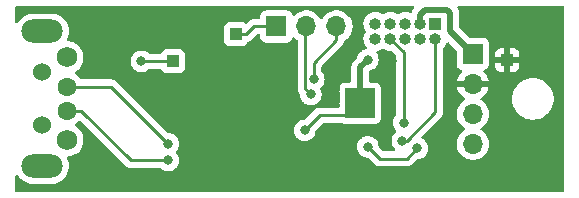
<source format=gbr>
G04 #@! TF.GenerationSoftware,KiCad,Pcbnew,6.0.2+dfsg-1*
G04 #@! TF.CreationDate,2022-03-12T18:16:22-05:00*
G04 #@! TF.ProjectId,PortaNet,506f7274-614e-4657-942e-6b696361645f,rev?*
G04 #@! TF.SameCoordinates,Original*
G04 #@! TF.FileFunction,Copper,L2,Bot*
G04 #@! TF.FilePolarity,Positive*
%FSLAX46Y46*%
G04 Gerber Fmt 4.6, Leading zero omitted, Abs format (unit mm)*
G04 Created by KiCad (PCBNEW 6.0.2+dfsg-1) date 2022-03-12 18:16:22*
%MOMM*%
%LPD*%
G01*
G04 APERTURE LIST*
G04 #@! TA.AperFunction,WasherPad*
%ADD10C,1.524000*%
G04 #@! TD*
G04 #@! TA.AperFunction,ComponentPad*
%ADD11C,1.750000*%
G04 #@! TD*
G04 #@! TA.AperFunction,ComponentPad*
%ADD12C,1.600000*%
G04 #@! TD*
G04 #@! TA.AperFunction,ComponentPad*
%ADD13O,3.500000X2.000000*%
G04 #@! TD*
G04 #@! TA.AperFunction,ComponentPad*
%ADD14C,0.500000*%
G04 #@! TD*
G04 #@! TA.AperFunction,SMDPad,CuDef*
%ADD15R,2.500000X2.500000*%
G04 #@! TD*
G04 #@! TA.AperFunction,ComponentPad*
%ADD16R,1.000000X1.000000*%
G04 #@! TD*
G04 #@! TA.AperFunction,ComponentPad*
%ADD17O,1.000000X1.000000*%
G04 #@! TD*
G04 #@! TA.AperFunction,ComponentPad*
%ADD18R,1.700000X1.700000*%
G04 #@! TD*
G04 #@! TA.AperFunction,ComponentPad*
%ADD19O,1.700000X1.700000*%
G04 #@! TD*
G04 #@! TA.AperFunction,SMDPad,CuDef*
%ADD20R,1.000000X1.000000*%
G04 #@! TD*
G04 #@! TA.AperFunction,ViaPad*
%ADD21C,0.800000*%
G04 #@! TD*
G04 #@! TA.AperFunction,Conductor*
%ADD22C,0.500000*%
G04 #@! TD*
G04 #@! TA.AperFunction,Conductor*
%ADD23C,0.250000*%
G04 #@! TD*
G04 APERTURE END LIST*
D10*
X124460000Y-68870000D03*
X124460000Y-73370000D03*
D11*
X126560000Y-74620000D03*
D12*
X126560000Y-72120000D03*
X126560000Y-70120000D03*
D11*
X126560000Y-67620000D03*
D13*
X124460000Y-76820000D03*
X124460000Y-65420000D03*
D14*
X152384000Y-71501000D03*
X150384000Y-72501000D03*
X151384000Y-70501000D03*
X152384000Y-70501000D03*
X151384000Y-71501000D03*
X152384000Y-72501000D03*
D15*
X151384000Y-71501000D03*
D14*
X151384000Y-72501000D03*
X150384000Y-70501000D03*
X150384000Y-71501000D03*
D16*
X157744000Y-64780000D03*
D17*
X157744000Y-66050000D03*
X156474000Y-64780000D03*
X156474000Y-66050000D03*
X155204000Y-64780000D03*
X155204000Y-66050000D03*
X153934000Y-64780000D03*
X153934000Y-66050000D03*
X152664000Y-64780000D03*
X152664000Y-66050000D03*
D18*
X144287000Y-64999000D03*
D19*
X146827000Y-64999000D03*
X149367000Y-64999000D03*
D18*
X160909000Y-67310000D03*
D19*
X160909000Y-69850000D03*
X160909000Y-72390000D03*
X160909000Y-74930000D03*
D20*
X135509000Y-67945000D03*
X163830000Y-67818000D03*
X140843000Y-65659000D03*
D21*
X154051000Y-67945000D03*
X136779000Y-72644000D03*
X148336000Y-75184000D03*
X145542000Y-68580000D03*
X163957000Y-65786000D03*
X159512000Y-73787000D03*
X150622000Y-75184000D03*
X152019000Y-67818000D03*
X146685000Y-73787000D03*
X132842000Y-67945000D03*
X147193000Y-70739000D03*
X147447000Y-69469000D03*
X135128000Y-76327000D03*
X135128000Y-74930000D03*
X152019000Y-75184000D03*
X156210000Y-75311000D03*
X154940000Y-74676000D03*
X155067000Y-73152000D03*
D22*
X156845000Y-63627000D02*
X156464000Y-64008000D01*
D23*
X141732000Y-65659000D02*
X142392000Y-64999000D01*
D22*
X158750000Y-63627000D02*
X156845000Y-63627000D01*
X159004000Y-65405000D02*
X159004000Y-63881000D01*
X151384000Y-68453000D02*
X151384000Y-70501000D01*
D23*
X142392000Y-64999000D02*
X144287000Y-64999000D01*
X147971000Y-72501000D02*
X146685000Y-73787000D01*
D22*
X159004000Y-63881000D02*
X158750000Y-63627000D01*
X156464000Y-64008000D02*
X156474000Y-64018000D01*
X156474000Y-64018000D02*
X156474000Y-64780000D01*
D23*
X150384000Y-72501000D02*
X147971000Y-72501000D01*
D22*
X160909000Y-67310000D02*
X159004000Y-65405000D01*
X152019000Y-67818000D02*
X151384000Y-68453000D01*
D23*
X140843000Y-65659000D02*
X141732000Y-65659000D01*
X135509000Y-67945000D02*
X132842000Y-67945000D01*
X146722489Y-65103511D02*
X146827000Y-64999000D01*
X147193000Y-70739000D02*
X146722489Y-70268489D01*
X146722489Y-70268489D02*
X146722489Y-65103511D01*
X147447000Y-68072000D02*
X149367000Y-66152000D01*
X147447000Y-69469000D02*
X147447000Y-68072000D01*
X149367000Y-66152000D02*
X149367000Y-64999000D01*
X126560000Y-72120000D02*
X127746000Y-72120000D01*
X127746000Y-72120000D02*
X131953000Y-76327000D01*
X131953000Y-76327000D02*
X135128000Y-76327000D01*
X130318000Y-70120000D02*
X126560000Y-70120000D01*
X135128000Y-74930000D02*
X130318000Y-70120000D01*
X153035000Y-76200000D02*
X152019000Y-75184000D01*
X156210000Y-75311000D02*
X155321000Y-76200000D01*
X155321000Y-76200000D02*
X153035000Y-76200000D01*
X157744000Y-72253000D02*
X157744000Y-66050000D01*
X155321000Y-74676000D02*
X157744000Y-72253000D01*
X154940000Y-74676000D02*
X155321000Y-74676000D01*
X155067000Y-67183000D02*
X153934000Y-66050000D01*
X155067000Y-73152000D02*
X155067000Y-67183000D01*
G04 #@! TA.AperFunction,Conductor*
G36*
X155916043Y-63266002D02*
G01*
X155962536Y-63319658D01*
X155972640Y-63389932D01*
X155943146Y-63454512D01*
X155931332Y-63466439D01*
X155895596Y-63498000D01*
X155891368Y-63503983D01*
X155858368Y-63550677D01*
X155854287Y-63556132D01*
X155814266Y-63606716D01*
X155811167Y-63613347D01*
X155810246Y-63615318D01*
X155798999Y-63634682D01*
X155793516Y-63642440D01*
X155769387Y-63702311D01*
X155766696Y-63708499D01*
X155739378Y-63766950D01*
X155739378Y-63766951D01*
X155738607Y-63766591D01*
X155701549Y-63819981D01*
X155635960Y-63847158D01*
X155585217Y-63842247D01*
X155407768Y-63787318D01*
X155401643Y-63786674D01*
X155401642Y-63786674D01*
X155217204Y-63767289D01*
X155217202Y-63767289D01*
X155211075Y-63766645D01*
X155128576Y-63774153D01*
X155020251Y-63784011D01*
X155020248Y-63784012D01*
X155014112Y-63784570D01*
X155008206Y-63786308D01*
X155008202Y-63786309D01*
X154940251Y-63806308D01*
X154824381Y-63840410D01*
X154818923Y-63843263D01*
X154818919Y-63843265D01*
X154723135Y-63893340D01*
X154649110Y-63932040D01*
X154644310Y-63935900D01*
X154639153Y-63939274D01*
X154637769Y-63937158D01*
X154582365Y-63960027D01*
X154512512Y-63947334D01*
X154502898Y-63941709D01*
X154500675Y-63939870D01*
X154326701Y-63845802D01*
X154137768Y-63787318D01*
X154131643Y-63786674D01*
X154131642Y-63786674D01*
X153947204Y-63767289D01*
X153947202Y-63767289D01*
X153941075Y-63766645D01*
X153858576Y-63774153D01*
X153750251Y-63784011D01*
X153750248Y-63784012D01*
X153744112Y-63784570D01*
X153738206Y-63786308D01*
X153738202Y-63786309D01*
X153670251Y-63806308D01*
X153554381Y-63840410D01*
X153548923Y-63843263D01*
X153548919Y-63843265D01*
X153453135Y-63893340D01*
X153379110Y-63932040D01*
X153374310Y-63935900D01*
X153369153Y-63939274D01*
X153367769Y-63937158D01*
X153312365Y-63960027D01*
X153242512Y-63947334D01*
X153232898Y-63941709D01*
X153230675Y-63939870D01*
X153056701Y-63845802D01*
X152867768Y-63787318D01*
X152861643Y-63786674D01*
X152861642Y-63786674D01*
X152677204Y-63767289D01*
X152677202Y-63767289D01*
X152671075Y-63766645D01*
X152588576Y-63774153D01*
X152480251Y-63784011D01*
X152480248Y-63784012D01*
X152474112Y-63784570D01*
X152468206Y-63786308D01*
X152468202Y-63786309D01*
X152400251Y-63806308D01*
X152284381Y-63840410D01*
X152278923Y-63843263D01*
X152278919Y-63843265D01*
X152188147Y-63890720D01*
X152109110Y-63932040D01*
X151954975Y-64055968D01*
X151827846Y-64207474D01*
X151824879Y-64212872D01*
X151824875Y-64212877D01*
X151746831Y-64354840D01*
X151732567Y-64380787D01*
X151730706Y-64386654D01*
X151730705Y-64386656D01*
X151675510Y-64560654D01*
X151672765Y-64569306D01*
X151650719Y-64765851D01*
X151667268Y-64962934D01*
X151668967Y-64968858D01*
X151715481Y-65131071D01*
X151721783Y-65153050D01*
X151812187Y-65328956D01*
X151816016Y-65333787D01*
X151817839Y-65336088D01*
X151818414Y-65337509D01*
X151819353Y-65338966D01*
X151819076Y-65339144D01*
X151844474Y-65401898D01*
X151831301Y-65471662D01*
X151827846Y-65477474D01*
X151732567Y-65650787D01*
X151730706Y-65656654D01*
X151730705Y-65656656D01*
X151698398Y-65758500D01*
X151672765Y-65839306D01*
X151650719Y-66035851D01*
X151651235Y-66041995D01*
X151665643Y-66213576D01*
X151667268Y-66232934D01*
X151680939Y-66280611D01*
X151719556Y-66415283D01*
X151721783Y-66423050D01*
X151812187Y-66598956D01*
X151835828Y-66628784D01*
X151912656Y-66725718D01*
X151939293Y-66791528D01*
X151926122Y-66861292D01*
X151877324Y-66912861D01*
X151840109Y-66927228D01*
X151736712Y-66949206D01*
X151730682Y-66951891D01*
X151730681Y-66951891D01*
X151568278Y-67024197D01*
X151568276Y-67024198D01*
X151562248Y-67026882D01*
X151556907Y-67030762D01*
X151556906Y-67030763D01*
X151543547Y-67040469D01*
X151407747Y-67139134D01*
X151403326Y-67144044D01*
X151403325Y-67144045D01*
X151284999Y-67275460D01*
X151279960Y-67281056D01*
X151184473Y-67446444D01*
X151139102Y-67586082D01*
X151129613Y-67615285D01*
X151098875Y-67665444D01*
X150895089Y-67869230D01*
X150880677Y-67881616D01*
X150869082Y-67890149D01*
X150869077Y-67890154D01*
X150863182Y-67894492D01*
X150858443Y-67900070D01*
X150858440Y-67900073D01*
X150828965Y-67934768D01*
X150822035Y-67942284D01*
X150816340Y-67947979D01*
X150814060Y-67950861D01*
X150798719Y-67970251D01*
X150795928Y-67973655D01*
X150753409Y-68023703D01*
X150748667Y-68029285D01*
X150745339Y-68035801D01*
X150741972Y-68040850D01*
X150738805Y-68045979D01*
X150734266Y-68051716D01*
X150703345Y-68117875D01*
X150701442Y-68121769D01*
X150668231Y-68186808D01*
X150666492Y-68193916D01*
X150664393Y-68199559D01*
X150662476Y-68205322D01*
X150659378Y-68211950D01*
X150657888Y-68219112D01*
X150657888Y-68219113D01*
X150644514Y-68283412D01*
X150643544Y-68287696D01*
X150626192Y-68358610D01*
X150625500Y-68369764D01*
X150625464Y-68369762D01*
X150625225Y-68373755D01*
X150624851Y-68377947D01*
X150623360Y-68385115D01*
X150623558Y-68392432D01*
X150625454Y-68462521D01*
X150625500Y-68465928D01*
X150625500Y-69616500D01*
X150605498Y-69684621D01*
X150551842Y-69731114D01*
X150499500Y-69742500D01*
X150436905Y-69742500D01*
X150421987Y-69741614D01*
X150396323Y-69738554D01*
X150389329Y-69737720D01*
X150382326Y-69738456D01*
X150382325Y-69738456D01*
X150350414Y-69741810D01*
X150337244Y-69742500D01*
X150085866Y-69742500D01*
X150023684Y-69749255D01*
X149887295Y-69800385D01*
X149770739Y-69887739D01*
X149683385Y-70004295D01*
X149632255Y-70140684D01*
X149625500Y-70202866D01*
X149625500Y-70445017D01*
X149624506Y-70460809D01*
X149620775Y-70490343D01*
X149622402Y-70506932D01*
X149624899Y-70532402D01*
X149625500Y-70544698D01*
X149625500Y-71445017D01*
X149624506Y-71460809D01*
X149620775Y-71490343D01*
X149623807Y-71521267D01*
X149624899Y-71532402D01*
X149625500Y-71544698D01*
X149625500Y-71741500D01*
X149605498Y-71809621D01*
X149551842Y-71856114D01*
X149499500Y-71867500D01*
X148049768Y-71867500D01*
X148038585Y-71866973D01*
X148031092Y-71865298D01*
X148023166Y-71865547D01*
X148023165Y-71865547D01*
X147963002Y-71867438D01*
X147959044Y-71867500D01*
X147931144Y-71867500D01*
X147927154Y-71868004D01*
X147915320Y-71868936D01*
X147871111Y-71870326D01*
X147863495Y-71872539D01*
X147863493Y-71872539D01*
X147851652Y-71875979D01*
X147832293Y-71879988D01*
X147830983Y-71880154D01*
X147812203Y-71882526D01*
X147804837Y-71885442D01*
X147804831Y-71885444D01*
X147771098Y-71898800D01*
X147759868Y-71902645D01*
X147725017Y-71912770D01*
X147717407Y-71914981D01*
X147710584Y-71919016D01*
X147699966Y-71925295D01*
X147682213Y-71933992D01*
X147674568Y-71937019D01*
X147663383Y-71941448D01*
X147656968Y-71946109D01*
X147627612Y-71967437D01*
X147617695Y-71973951D01*
X147579638Y-71996458D01*
X147565317Y-72010779D01*
X147550284Y-72023619D01*
X147533893Y-72035528D01*
X147528843Y-72041632D01*
X147528838Y-72041637D01*
X147505707Y-72069598D01*
X147497717Y-72078379D01*
X146734499Y-72841596D01*
X146672187Y-72875621D01*
X146645404Y-72878500D01*
X146589513Y-72878500D01*
X146583061Y-72879872D01*
X146583056Y-72879872D01*
X146505051Y-72896453D01*
X146402712Y-72918206D01*
X146396682Y-72920891D01*
X146396681Y-72920891D01*
X146234278Y-72993197D01*
X146234276Y-72993198D01*
X146228248Y-72995882D01*
X146222907Y-72999762D01*
X146222906Y-72999763D01*
X146215848Y-73004891D01*
X146073747Y-73108134D01*
X146069326Y-73113044D01*
X146069325Y-73113045D01*
X146016778Y-73171405D01*
X145945960Y-73250056D01*
X145850473Y-73415444D01*
X145791458Y-73597072D01*
X145790768Y-73603633D01*
X145790768Y-73603635D01*
X145772186Y-73780435D01*
X145771496Y-73787000D01*
X145772186Y-73793565D01*
X145790596Y-73968722D01*
X145791458Y-73976928D01*
X145850473Y-74158556D01*
X145945960Y-74323944D01*
X145950378Y-74328851D01*
X145950379Y-74328852D01*
X146067839Y-74459305D01*
X146073747Y-74465866D01*
X146127795Y-74505134D01*
X146209820Y-74564729D01*
X146228248Y-74578118D01*
X146234276Y-74580802D01*
X146234278Y-74580803D01*
X146372062Y-74642148D01*
X146402712Y-74655794D01*
X146491046Y-74674570D01*
X146583056Y-74694128D01*
X146583061Y-74694128D01*
X146589513Y-74695500D01*
X146780487Y-74695500D01*
X146786939Y-74694128D01*
X146786944Y-74694128D01*
X146878954Y-74674570D01*
X146967288Y-74655794D01*
X146997938Y-74642148D01*
X147135722Y-74580803D01*
X147135724Y-74580802D01*
X147141752Y-74578118D01*
X147160181Y-74564729D01*
X147242205Y-74505134D01*
X147296253Y-74465866D01*
X147302161Y-74459305D01*
X147419621Y-74328852D01*
X147419622Y-74328851D01*
X147424040Y-74323944D01*
X147519527Y-74158556D01*
X147578542Y-73976928D01*
X147579405Y-73968722D01*
X147588216Y-73884882D01*
X147595907Y-73811706D01*
X147622920Y-73746050D01*
X147632122Y-73735782D01*
X148196499Y-73171405D01*
X148258811Y-73137379D01*
X148285594Y-73134500D01*
X149755768Y-73134500D01*
X149823889Y-73154502D01*
X149831333Y-73159674D01*
X149880108Y-73196229D01*
X149880110Y-73196230D01*
X149887295Y-73201615D01*
X150023684Y-73252745D01*
X150085866Y-73259500D01*
X150324933Y-73259500D01*
X150341595Y-73260607D01*
X150348765Y-73261563D01*
X150361035Y-73263201D01*
X150361038Y-73263201D01*
X150368015Y-73264132D01*
X150375026Y-73263494D01*
X150375030Y-73263494D01*
X150413208Y-73260019D01*
X150424628Y-73259500D01*
X151324933Y-73259500D01*
X151341595Y-73260607D01*
X151348765Y-73261563D01*
X151361035Y-73263201D01*
X151361038Y-73263201D01*
X151368015Y-73264132D01*
X151375026Y-73263494D01*
X151375030Y-73263494D01*
X151413208Y-73260019D01*
X151424628Y-73259500D01*
X152324933Y-73259500D01*
X152341595Y-73260607D01*
X152348765Y-73261563D01*
X152361035Y-73263201D01*
X152361038Y-73263201D01*
X152368015Y-73264132D01*
X152375026Y-73263494D01*
X152375030Y-73263494D01*
X152413208Y-73260019D01*
X152424628Y-73259500D01*
X152682134Y-73259500D01*
X152744316Y-73252745D01*
X152880705Y-73201615D01*
X152997261Y-73114261D01*
X153084615Y-72997705D01*
X153135745Y-72861316D01*
X153142500Y-72799134D01*
X153142500Y-72563151D01*
X153143726Y-72545615D01*
X153146452Y-72526221D01*
X153146452Y-72526218D01*
X153147001Y-72522313D01*
X153147299Y-72501000D01*
X153143285Y-72465213D01*
X153142500Y-72451169D01*
X153142500Y-71563151D01*
X153143726Y-71545615D01*
X153146452Y-71526221D01*
X153146452Y-71526218D01*
X153147001Y-71522313D01*
X153147299Y-71501000D01*
X153143285Y-71465213D01*
X153142500Y-71451169D01*
X153142500Y-70563151D01*
X153143726Y-70545615D01*
X153146452Y-70526221D01*
X153146452Y-70526218D01*
X153147001Y-70522313D01*
X153147299Y-70501000D01*
X153143285Y-70465213D01*
X153142500Y-70451169D01*
X153142500Y-70202866D01*
X153135745Y-70140684D01*
X153084615Y-70004295D01*
X152997261Y-69887739D01*
X152880705Y-69800385D01*
X152744316Y-69749255D01*
X152682134Y-69742500D01*
X152436905Y-69742500D01*
X152421987Y-69741614D01*
X152396323Y-69738554D01*
X152389329Y-69737720D01*
X152382326Y-69738456D01*
X152382325Y-69738456D01*
X152350414Y-69741810D01*
X152337244Y-69742500D01*
X152268500Y-69742500D01*
X152200379Y-69722498D01*
X152153886Y-69668842D01*
X152142500Y-69616500D01*
X152142500Y-68822579D01*
X152162502Y-68754458D01*
X152216158Y-68707965D01*
X152242302Y-68699333D01*
X152294824Y-68688169D01*
X152294833Y-68688166D01*
X152301288Y-68686794D01*
X152309062Y-68683333D01*
X152469722Y-68611803D01*
X152469724Y-68611802D01*
X152475752Y-68609118D01*
X152511771Y-68582949D01*
X152549804Y-68555316D01*
X152630253Y-68496866D01*
X152685412Y-68435606D01*
X152753621Y-68359852D01*
X152753622Y-68359851D01*
X152758040Y-68354944D01*
X152844774Y-68204717D01*
X152850223Y-68195279D01*
X152850224Y-68195278D01*
X152853527Y-68189556D01*
X152912542Y-68007928D01*
X152919442Y-67942284D01*
X152931814Y-67824565D01*
X152932504Y-67818000D01*
X152912542Y-67628072D01*
X152853527Y-67446444D01*
X152758040Y-67281056D01*
X152738427Y-67259273D01*
X152707711Y-67195266D01*
X152716476Y-67124812D01*
X152761940Y-67070282D01*
X152822399Y-67049336D01*
X152826228Y-67049042D01*
X152833829Y-67048457D01*
X152833832Y-67048456D01*
X152839972Y-67047984D01*
X153030463Y-66994798D01*
X153035967Y-66992018D01*
X153035969Y-66992017D01*
X153201493Y-66908405D01*
X153201495Y-66908404D01*
X153206996Y-66905625D01*
X153211850Y-66901833D01*
X153211859Y-66901827D01*
X153220548Y-66895038D01*
X153286542Y-66868860D01*
X153359592Y-66884339D01*
X153528294Y-66978624D01*
X153716392Y-67039740D01*
X153912777Y-67063158D01*
X153918912Y-67062686D01*
X153918914Y-67062686D01*
X153957428Y-67059722D01*
X153983578Y-67057710D01*
X154053032Y-67072427D01*
X154082339Y-67094244D01*
X154396595Y-67408500D01*
X154430621Y-67470812D01*
X154433500Y-67497595D01*
X154433500Y-72449476D01*
X154413498Y-72517597D01*
X154401142Y-72533779D01*
X154327960Y-72615056D01*
X154232473Y-72780444D01*
X154173458Y-72962072D01*
X154172768Y-72968633D01*
X154172768Y-72968635D01*
X154160282Y-73087438D01*
X154153496Y-73152000D01*
X154154186Y-73158565D01*
X154165184Y-73263201D01*
X154173458Y-73341928D01*
X154232473Y-73523556D01*
X154327960Y-73688944D01*
X154332378Y-73693851D01*
X154332379Y-73693852D01*
X154402389Y-73771606D01*
X154433107Y-73835613D01*
X154424342Y-73906067D01*
X154382814Y-73957852D01*
X154328747Y-73997134D01*
X154324326Y-74002044D01*
X154324325Y-74002045D01*
X154237678Y-74098277D01*
X154200960Y-74139056D01*
X154184320Y-74167878D01*
X154113472Y-74290590D01*
X154105473Y-74304444D01*
X154046458Y-74486072D01*
X154045768Y-74492633D01*
X154045768Y-74492635D01*
X154027186Y-74669435D01*
X154026496Y-74676000D01*
X154027186Y-74682565D01*
X154028546Y-74695500D01*
X154046458Y-74865928D01*
X154105473Y-75047556D01*
X154200960Y-75212944D01*
X154205378Y-75217851D01*
X154205379Y-75217852D01*
X154328747Y-75354866D01*
X154326868Y-75356558D01*
X154358136Y-75407328D01*
X154356774Y-75478312D01*
X154317251Y-75537290D01*
X154252116Y-75565539D01*
X154236581Y-75566500D01*
X153349594Y-75566500D01*
X153281473Y-75546498D01*
X153260499Y-75529595D01*
X152966122Y-75235218D01*
X152932096Y-75172906D01*
X152929907Y-75159293D01*
X152913232Y-75000635D01*
X152913232Y-75000633D01*
X152912542Y-74994072D01*
X152853527Y-74812444D01*
X152758040Y-74647056D01*
X152678254Y-74558444D01*
X152634675Y-74510045D01*
X152634674Y-74510044D01*
X152630253Y-74505134D01*
X152483862Y-74398774D01*
X152481094Y-74396763D01*
X152481093Y-74396762D01*
X152475752Y-74392882D01*
X152469724Y-74390198D01*
X152469722Y-74390197D01*
X152307319Y-74317891D01*
X152307318Y-74317891D01*
X152301288Y-74315206D01*
X152207887Y-74295353D01*
X152120944Y-74276872D01*
X152120939Y-74276872D01*
X152114487Y-74275500D01*
X151923513Y-74275500D01*
X151917061Y-74276872D01*
X151917056Y-74276872D01*
X151830113Y-74295353D01*
X151736712Y-74315206D01*
X151730682Y-74317891D01*
X151730681Y-74317891D01*
X151568278Y-74390197D01*
X151568276Y-74390198D01*
X151562248Y-74392882D01*
X151556907Y-74396762D01*
X151556906Y-74396763D01*
X151554138Y-74398774D01*
X151407747Y-74505134D01*
X151403326Y-74510044D01*
X151403325Y-74510045D01*
X151359747Y-74558444D01*
X151279960Y-74647056D01*
X151184473Y-74812444D01*
X151125458Y-74994072D01*
X151124768Y-75000633D01*
X151124768Y-75000635D01*
X151112230Y-75119928D01*
X151105496Y-75184000D01*
X151106186Y-75190565D01*
X151123455Y-75354866D01*
X151125458Y-75373928D01*
X151184473Y-75555556D01*
X151187776Y-75561278D01*
X151187777Y-75561279D01*
X151197633Y-75578350D01*
X151279960Y-75720944D01*
X151284378Y-75725851D01*
X151284379Y-75725852D01*
X151337774Y-75785153D01*
X151407747Y-75862866D01*
X151472975Y-75910257D01*
X151551803Y-75967529D01*
X151562248Y-75975118D01*
X151568276Y-75977802D01*
X151568278Y-75977803D01*
X151728734Y-76049242D01*
X151736712Y-76052794D01*
X151829252Y-76072464D01*
X151917056Y-76091128D01*
X151917061Y-76091128D01*
X151923513Y-76092500D01*
X151979405Y-76092500D01*
X152047526Y-76112502D01*
X152068501Y-76129405D01*
X152531353Y-76592258D01*
X152538887Y-76600537D01*
X152543000Y-76607018D01*
X152568967Y-76631402D01*
X152592651Y-76653643D01*
X152595493Y-76656398D01*
X152615230Y-76676135D01*
X152618427Y-76678615D01*
X152627447Y-76686318D01*
X152659679Y-76716586D01*
X152666625Y-76720405D01*
X152666628Y-76720407D01*
X152677434Y-76726348D01*
X152693953Y-76737199D01*
X152709959Y-76749614D01*
X152717228Y-76752759D01*
X152717232Y-76752762D01*
X152750537Y-76767174D01*
X152761187Y-76772391D01*
X152799940Y-76793695D01*
X152807615Y-76795666D01*
X152807616Y-76795666D01*
X152819562Y-76798733D01*
X152838266Y-76805137D01*
X152847769Y-76809249D01*
X152856855Y-76813181D01*
X152864678Y-76814420D01*
X152864688Y-76814423D01*
X152900524Y-76820099D01*
X152912144Y-76822505D01*
X152943959Y-76830673D01*
X152954970Y-76833500D01*
X152975224Y-76833500D01*
X152994934Y-76835051D01*
X153014943Y-76838220D01*
X153022835Y-76837474D01*
X153041580Y-76835702D01*
X153058962Y-76834059D01*
X153070819Y-76833500D01*
X155242233Y-76833500D01*
X155253416Y-76834027D01*
X155260909Y-76835702D01*
X155268835Y-76835453D01*
X155268836Y-76835453D01*
X155328986Y-76833562D01*
X155332945Y-76833500D01*
X155360856Y-76833500D01*
X155364791Y-76833003D01*
X155364856Y-76832995D01*
X155376693Y-76832062D01*
X155408951Y-76831048D01*
X155412970Y-76830922D01*
X155420889Y-76830673D01*
X155440343Y-76825021D01*
X155459700Y-76821013D01*
X155471930Y-76819468D01*
X155471931Y-76819468D01*
X155479797Y-76818474D01*
X155487168Y-76815555D01*
X155487170Y-76815555D01*
X155520912Y-76802196D01*
X155532142Y-76798351D01*
X155566983Y-76788229D01*
X155566984Y-76788229D01*
X155574593Y-76786018D01*
X155581412Y-76781985D01*
X155581417Y-76781983D01*
X155592028Y-76775707D01*
X155609776Y-76767012D01*
X155628617Y-76759552D01*
X155664387Y-76733564D01*
X155674307Y-76727048D01*
X155705535Y-76708580D01*
X155705538Y-76708578D01*
X155712362Y-76704542D01*
X155726683Y-76690221D01*
X155741717Y-76677380D01*
X155751694Y-76670131D01*
X155758107Y-76665472D01*
X155763158Y-76659367D01*
X155763163Y-76659362D01*
X155786294Y-76631402D01*
X155794281Y-76622624D01*
X156160499Y-76256405D01*
X156222812Y-76222380D01*
X156249595Y-76219500D01*
X156305487Y-76219500D01*
X156311939Y-76218128D01*
X156311944Y-76218128D01*
X156401113Y-76199174D01*
X156492288Y-76179794D01*
X156534094Y-76161181D01*
X156660722Y-76104803D01*
X156660724Y-76104802D01*
X156666752Y-76102118D01*
X156681879Y-76091128D01*
X156747354Y-76043557D01*
X156821253Y-75989866D01*
X156857400Y-75949721D01*
X156944621Y-75852852D01*
X156944622Y-75852851D01*
X156949040Y-75847944D01*
X157027059Y-75712811D01*
X157041223Y-75688279D01*
X157041224Y-75688278D01*
X157044527Y-75682556D01*
X157103542Y-75500928D01*
X157105407Y-75483189D01*
X157122814Y-75317565D01*
X157123504Y-75311000D01*
X157113198Y-75212944D01*
X157104232Y-75127635D01*
X157104232Y-75127633D01*
X157103542Y-75121072D01*
X157044527Y-74939444D01*
X157039075Y-74930000D01*
X157019846Y-74896695D01*
X159546251Y-74896695D01*
X159546548Y-74901848D01*
X159546548Y-74901851D01*
X159554510Y-75039935D01*
X159559110Y-75119715D01*
X159560247Y-75124761D01*
X159560248Y-75124767D01*
X159578832Y-75207226D01*
X159608222Y-75337639D01*
X159646461Y-75431811D01*
X159686167Y-75529595D01*
X159692266Y-75544616D01*
X159731210Y-75608167D01*
X159800320Y-75720944D01*
X159808987Y-75735088D01*
X159955250Y-75903938D01*
X160127126Y-76046632D01*
X160320000Y-76159338D01*
X160324825Y-76161180D01*
X160324826Y-76161181D01*
X160373569Y-76179794D01*
X160528692Y-76239030D01*
X160533760Y-76240061D01*
X160533763Y-76240062D01*
X160614092Y-76256405D01*
X160747597Y-76283567D01*
X160752772Y-76283757D01*
X160752774Y-76283757D01*
X160965673Y-76291564D01*
X160965677Y-76291564D01*
X160970837Y-76291753D01*
X160975957Y-76291097D01*
X160975959Y-76291097D01*
X161187288Y-76264025D01*
X161187289Y-76264025D01*
X161192416Y-76263368D01*
X161215625Y-76256405D01*
X161401429Y-76200661D01*
X161401434Y-76200659D01*
X161406384Y-76199174D01*
X161606994Y-76100896D01*
X161788860Y-75971173D01*
X161947096Y-75813489D01*
X161959826Y-75795774D01*
X162074435Y-75636277D01*
X162077453Y-75632077D01*
X162104007Y-75578350D01*
X162174136Y-75436453D01*
X162174137Y-75436451D01*
X162176430Y-75431811D01*
X162217914Y-75295271D01*
X162239865Y-75223023D01*
X162239865Y-75223021D01*
X162241370Y-75218069D01*
X162270529Y-74996590D01*
X162270744Y-74987794D01*
X162272074Y-74933365D01*
X162272074Y-74933361D01*
X162272156Y-74930000D01*
X162253852Y-74707361D01*
X162199431Y-74490702D01*
X162110354Y-74285840D01*
X162019094Y-74144774D01*
X161991822Y-74102617D01*
X161991820Y-74102614D01*
X161989014Y-74098277D01*
X161838670Y-73933051D01*
X161834619Y-73929852D01*
X161834615Y-73929848D01*
X161667414Y-73797800D01*
X161667410Y-73797798D01*
X161663359Y-73794598D01*
X161622053Y-73771796D01*
X161572084Y-73721364D01*
X161557312Y-73651921D01*
X161582428Y-73585516D01*
X161609780Y-73558909D01*
X161668154Y-73517271D01*
X161788860Y-73431173D01*
X161947096Y-73273489D01*
X161959826Y-73255774D01*
X162074435Y-73096277D01*
X162077453Y-73092077D01*
X162130167Y-72985419D01*
X162174136Y-72896453D01*
X162174137Y-72896451D01*
X162176430Y-72891811D01*
X162231168Y-72711647D01*
X162239865Y-72683023D01*
X162239865Y-72683021D01*
X162241370Y-72678069D01*
X162270529Y-72456590D01*
X162270611Y-72453240D01*
X162272074Y-72393365D01*
X162272074Y-72393361D01*
X162272156Y-72390000D01*
X162253852Y-72167361D01*
X162199431Y-71950702D01*
X162110354Y-71745840D01*
X162040424Y-71637745D01*
X161991822Y-71562617D01*
X161991820Y-71562614D01*
X161989014Y-71558277D01*
X161838670Y-71393051D01*
X161834619Y-71389852D01*
X161834615Y-71389848D01*
X161667414Y-71257800D01*
X161667410Y-71257798D01*
X161663359Y-71254598D01*
X161621569Y-71231529D01*
X161617730Y-71227655D01*
X164228858Y-71227655D01*
X164264104Y-71486638D01*
X164265412Y-71491124D01*
X164265412Y-71491126D01*
X164278611Y-71536411D01*
X164337243Y-71737567D01*
X164446668Y-71974928D01*
X164449231Y-71978837D01*
X164587410Y-72189596D01*
X164587414Y-72189601D01*
X164589976Y-72193509D01*
X164764018Y-72388506D01*
X164964970Y-72555637D01*
X164968973Y-72558066D01*
X165184422Y-72688804D01*
X165184426Y-72688806D01*
X165188419Y-72691229D01*
X165429455Y-72792303D01*
X165682783Y-72856641D01*
X165687434Y-72857109D01*
X165687438Y-72857110D01*
X165871275Y-72875621D01*
X165899867Y-72878500D01*
X166055354Y-72878500D01*
X166057679Y-72878327D01*
X166057685Y-72878327D01*
X166245000Y-72864407D01*
X166245004Y-72864406D01*
X166249652Y-72864061D01*
X166254200Y-72863032D01*
X166254206Y-72863031D01*
X166440601Y-72820853D01*
X166504577Y-72806377D01*
X166527047Y-72797639D01*
X166743824Y-72713340D01*
X166743827Y-72713339D01*
X166748177Y-72711647D01*
X166975098Y-72581951D01*
X167180357Y-72420138D01*
X167359443Y-72229763D01*
X167470554Y-72069598D01*
X167505759Y-72018851D01*
X167505761Y-72018848D01*
X167508424Y-72015009D01*
X167510510Y-72010779D01*
X167621960Y-71784781D01*
X167621961Y-71784778D01*
X167624025Y-71780593D01*
X167635150Y-71745840D01*
X167702280Y-71536123D01*
X167703707Y-71531665D01*
X167745721Y-71273693D01*
X167747842Y-71111654D01*
X167749081Y-71017022D01*
X167749081Y-71017019D01*
X167749142Y-71012345D01*
X167713896Y-70753362D01*
X167711624Y-70745565D01*
X167664101Y-70582523D01*
X167640757Y-70502433D01*
X167635184Y-70490343D01*
X167582464Y-70375986D01*
X167531332Y-70265072D01*
X167454930Y-70148540D01*
X167390590Y-70050404D01*
X167390586Y-70050399D01*
X167388024Y-70046491D01*
X167213982Y-69851494D01*
X167013030Y-69684363D01*
X166901195Y-69616500D01*
X166793578Y-69551196D01*
X166793574Y-69551194D01*
X166789581Y-69548771D01*
X166548545Y-69447697D01*
X166295217Y-69383359D01*
X166290566Y-69382891D01*
X166290562Y-69382890D01*
X166081271Y-69361816D01*
X166078133Y-69361500D01*
X165922646Y-69361500D01*
X165920321Y-69361673D01*
X165920315Y-69361673D01*
X165733000Y-69375593D01*
X165732996Y-69375594D01*
X165728348Y-69375939D01*
X165723800Y-69376968D01*
X165723794Y-69376969D01*
X165594950Y-69406124D01*
X165473423Y-69433623D01*
X165469071Y-69435315D01*
X165469069Y-69435316D01*
X165234176Y-69526660D01*
X165234173Y-69526661D01*
X165229823Y-69528353D01*
X165225769Y-69530670D01*
X165225767Y-69530671D01*
X165189856Y-69551196D01*
X165002902Y-69658049D01*
X164797643Y-69819862D01*
X164618557Y-70010237D01*
X164469576Y-70224991D01*
X164467510Y-70229181D01*
X164467508Y-70229184D01*
X164357164Y-70452941D01*
X164353975Y-70459407D01*
X164352553Y-70463850D01*
X164352552Y-70463852D01*
X164289813Y-70659851D01*
X164274293Y-70708335D01*
X164232279Y-70966307D01*
X164231676Y-71012345D01*
X164229917Y-71146783D01*
X164228858Y-71227655D01*
X161617730Y-71227655D01*
X161571598Y-71181097D01*
X161556826Y-71111654D01*
X161581942Y-71045248D01*
X161609294Y-71018641D01*
X161784328Y-70893792D01*
X161792200Y-70887139D01*
X161943052Y-70736812D01*
X161949730Y-70728965D01*
X162074003Y-70556020D01*
X162079313Y-70547183D01*
X162173670Y-70356267D01*
X162177469Y-70346672D01*
X162239377Y-70142910D01*
X162241555Y-70132837D01*
X162242986Y-70121962D01*
X162240775Y-70107778D01*
X162227617Y-70104000D01*
X159592225Y-70104000D01*
X159578694Y-70107973D01*
X159577257Y-70117966D01*
X159607565Y-70252446D01*
X159610645Y-70262275D01*
X159690770Y-70459603D01*
X159695413Y-70468794D01*
X159806694Y-70650388D01*
X159812777Y-70658699D01*
X159952213Y-70819667D01*
X159959580Y-70826883D01*
X160123434Y-70962916D01*
X160131881Y-70968831D01*
X160200969Y-71009203D01*
X160249693Y-71060842D01*
X160262764Y-71130625D01*
X160236033Y-71196396D01*
X160195584Y-71229752D01*
X160182607Y-71236507D01*
X160178474Y-71239610D01*
X160178471Y-71239612D01*
X160008100Y-71367530D01*
X160003965Y-71370635D01*
X160000393Y-71374373D01*
X159860018Y-71521267D01*
X159849629Y-71532138D01*
X159846715Y-71536410D01*
X159846714Y-71536411D01*
X159798020Y-71607794D01*
X159723743Y-71716680D01*
X159708003Y-71750590D01*
X159645406Y-71885444D01*
X159629688Y-71919305D01*
X159569989Y-72134570D01*
X159546251Y-72356695D01*
X159546548Y-72361848D01*
X159546548Y-72361851D01*
X159552011Y-72456590D01*
X159559110Y-72579715D01*
X159560247Y-72584761D01*
X159560248Y-72584767D01*
X159577328Y-72660553D01*
X159608222Y-72797639D01*
X159665138Y-72937807D01*
X159688720Y-72995882D01*
X159692266Y-73004616D01*
X159694965Y-73009020D01*
X159780461Y-73148537D01*
X159808987Y-73195088D01*
X159955250Y-73363938D01*
X160127126Y-73506632D01*
X160156088Y-73523556D01*
X160200445Y-73549476D01*
X160249169Y-73601114D01*
X160262240Y-73670897D01*
X160235509Y-73736669D01*
X160195055Y-73770027D01*
X160189400Y-73772971D01*
X160182607Y-73776507D01*
X160178474Y-73779610D01*
X160178471Y-73779612D01*
X160010049Y-73906067D01*
X160003965Y-73910635D01*
X159849629Y-74072138D01*
X159723743Y-74256680D01*
X159693542Y-74321743D01*
X159653002Y-74409080D01*
X159629688Y-74459305D01*
X159569989Y-74674570D01*
X159546251Y-74896695D01*
X157019846Y-74896695D01*
X156952341Y-74779774D01*
X156949040Y-74774056D01*
X156884469Y-74702342D01*
X156825675Y-74637045D01*
X156825674Y-74637044D01*
X156821253Y-74632134D01*
X156666752Y-74519882D01*
X156660725Y-74517199D01*
X156660717Y-74517194D01*
X156630991Y-74503959D01*
X156576895Y-74457978D01*
X156556247Y-74390051D01*
X156575600Y-74321743D01*
X156593146Y-74299758D01*
X158136247Y-72756657D01*
X158144537Y-72749113D01*
X158151018Y-72745000D01*
X158162922Y-72732324D01*
X158197658Y-72695333D01*
X158200413Y-72692491D01*
X158220134Y-72672770D01*
X158222612Y-72669575D01*
X158230318Y-72660553D01*
X158255158Y-72634101D01*
X158260586Y-72628321D01*
X158266732Y-72617142D01*
X158270346Y-72610568D01*
X158281199Y-72594045D01*
X158282356Y-72592553D01*
X158293613Y-72578041D01*
X158311176Y-72537457D01*
X158316383Y-72526827D01*
X158337695Y-72488060D01*
X158339666Y-72480383D01*
X158339668Y-72480378D01*
X158342732Y-72468442D01*
X158349138Y-72449730D01*
X158354034Y-72438417D01*
X158357181Y-72431145D01*
X158358467Y-72423029D01*
X158364097Y-72387481D01*
X158366504Y-72375860D01*
X158375528Y-72340711D01*
X158375528Y-72340710D01*
X158377500Y-72333030D01*
X158377500Y-72312769D01*
X158379051Y-72293058D01*
X158380979Y-72280885D01*
X158382219Y-72273057D01*
X158378059Y-72229046D01*
X158377500Y-72217189D01*
X158377500Y-66896370D01*
X158397502Y-66828249D01*
X158425926Y-66797082D01*
X158442847Y-66783861D01*
X158560410Y-66647663D01*
X158568049Y-66638813D01*
X158568050Y-66638811D01*
X158572078Y-66634145D01*
X158669769Y-66462179D01*
X158681870Y-66425802D01*
X158684934Y-66416592D01*
X158725416Y-66358267D01*
X158791004Y-66331088D01*
X158860874Y-66343683D01*
X158893587Y-66367268D01*
X159513595Y-66987275D01*
X159547620Y-67049588D01*
X159550500Y-67076371D01*
X159550500Y-68208134D01*
X159557255Y-68270316D01*
X159608385Y-68406705D01*
X159695739Y-68523261D01*
X159812295Y-68610615D01*
X159820704Y-68613767D01*
X159820705Y-68613768D01*
X159929960Y-68654726D01*
X159986725Y-68697367D01*
X160011425Y-68763929D01*
X159996218Y-68833278D01*
X159976825Y-68859759D01*
X159853590Y-68988717D01*
X159847104Y-68996727D01*
X159727098Y-69172649D01*
X159722000Y-69181623D01*
X159632338Y-69374783D01*
X159628775Y-69384470D01*
X159573389Y-69584183D01*
X159574912Y-69592607D01*
X159587292Y-69596000D01*
X162227344Y-69596000D01*
X162240875Y-69592027D01*
X162242180Y-69582947D01*
X162200214Y-69415875D01*
X162196894Y-69406124D01*
X162111972Y-69210814D01*
X162107105Y-69201739D01*
X161991426Y-69022926D01*
X161985136Y-69014757D01*
X161841293Y-68856677D01*
X161810241Y-68792831D01*
X161818635Y-68722333D01*
X161863812Y-68667564D01*
X161890256Y-68653895D01*
X161997297Y-68613767D01*
X162005705Y-68610615D01*
X162122261Y-68523261D01*
X162209615Y-68406705D01*
X162226123Y-68362669D01*
X162822001Y-68362669D01*
X162822371Y-68369490D01*
X162827895Y-68420352D01*
X162831521Y-68435604D01*
X162876676Y-68556054D01*
X162885214Y-68571649D01*
X162961715Y-68673724D01*
X162974276Y-68686285D01*
X163076351Y-68762786D01*
X163091946Y-68771324D01*
X163212394Y-68816478D01*
X163227649Y-68820105D01*
X163278514Y-68825631D01*
X163285328Y-68826000D01*
X163557885Y-68826000D01*
X163573124Y-68821525D01*
X163574329Y-68820135D01*
X163576000Y-68812452D01*
X163576000Y-68807884D01*
X164084000Y-68807884D01*
X164088475Y-68823123D01*
X164089865Y-68824328D01*
X164097548Y-68825999D01*
X164374669Y-68825999D01*
X164381490Y-68825629D01*
X164432352Y-68820105D01*
X164447604Y-68816479D01*
X164568054Y-68771324D01*
X164583649Y-68762786D01*
X164685724Y-68686285D01*
X164698285Y-68673724D01*
X164774786Y-68571649D01*
X164783324Y-68556054D01*
X164828478Y-68435606D01*
X164832105Y-68420351D01*
X164837631Y-68369486D01*
X164838000Y-68362672D01*
X164838000Y-68090115D01*
X164833525Y-68074876D01*
X164832135Y-68073671D01*
X164824452Y-68072000D01*
X164102115Y-68072000D01*
X164086876Y-68076475D01*
X164085671Y-68077865D01*
X164084000Y-68085548D01*
X164084000Y-68807884D01*
X163576000Y-68807884D01*
X163576000Y-68090115D01*
X163571525Y-68074876D01*
X163570135Y-68073671D01*
X163562452Y-68072000D01*
X162840116Y-68072000D01*
X162824877Y-68076475D01*
X162823672Y-68077865D01*
X162822001Y-68085548D01*
X162822001Y-68362669D01*
X162226123Y-68362669D01*
X162260745Y-68270316D01*
X162267500Y-68208134D01*
X162267500Y-67545885D01*
X162822000Y-67545885D01*
X162826475Y-67561124D01*
X162827865Y-67562329D01*
X162835548Y-67564000D01*
X163557885Y-67564000D01*
X163573124Y-67559525D01*
X163574329Y-67558135D01*
X163576000Y-67550452D01*
X163576000Y-67545885D01*
X164084000Y-67545885D01*
X164088475Y-67561124D01*
X164089865Y-67562329D01*
X164097548Y-67564000D01*
X164819884Y-67564000D01*
X164835123Y-67559525D01*
X164836328Y-67558135D01*
X164837999Y-67550452D01*
X164837999Y-67273331D01*
X164837629Y-67266510D01*
X164832105Y-67215648D01*
X164828479Y-67200396D01*
X164783324Y-67079946D01*
X164774786Y-67064351D01*
X164698285Y-66962276D01*
X164685724Y-66949715D01*
X164583649Y-66873214D01*
X164568054Y-66864676D01*
X164447606Y-66819522D01*
X164432351Y-66815895D01*
X164381486Y-66810369D01*
X164374672Y-66810000D01*
X164102115Y-66810000D01*
X164086876Y-66814475D01*
X164085671Y-66815865D01*
X164084000Y-66823548D01*
X164084000Y-67545885D01*
X163576000Y-67545885D01*
X163576000Y-66828116D01*
X163571525Y-66812877D01*
X163570135Y-66811672D01*
X163562452Y-66810001D01*
X163285331Y-66810001D01*
X163278510Y-66810371D01*
X163227648Y-66815895D01*
X163212396Y-66819521D01*
X163091946Y-66864676D01*
X163076351Y-66873214D01*
X162974276Y-66949715D01*
X162961715Y-66962276D01*
X162885214Y-67064351D01*
X162876676Y-67079946D01*
X162831522Y-67200394D01*
X162827895Y-67215649D01*
X162822369Y-67266514D01*
X162822000Y-67273328D01*
X162822000Y-67545885D01*
X162267500Y-67545885D01*
X162267500Y-66411866D01*
X162260745Y-66349684D01*
X162209615Y-66213295D01*
X162122261Y-66096739D01*
X162005705Y-66009385D01*
X161869316Y-65958255D01*
X161807134Y-65951500D01*
X160675371Y-65951500D01*
X160607250Y-65931498D01*
X160586276Y-65914595D01*
X159799405Y-65127724D01*
X159765379Y-65065412D01*
X159762500Y-65038629D01*
X159762500Y-63948069D01*
X159763933Y-63929118D01*
X159766099Y-63914883D01*
X159766099Y-63914881D01*
X159767199Y-63907651D01*
X159762915Y-63854982D01*
X159762500Y-63844767D01*
X159762500Y-63836707D01*
X159759211Y-63808493D01*
X159758778Y-63804118D01*
X159753454Y-63738661D01*
X159753453Y-63738658D01*
X159752860Y-63731363D01*
X159750604Y-63724399D01*
X159749413Y-63718440D01*
X159748029Y-63712585D01*
X159747182Y-63705319D01*
X159722265Y-63636673D01*
X159720848Y-63632545D01*
X159700607Y-63570064D01*
X159700606Y-63570062D01*
X159698351Y-63563101D01*
X159694555Y-63556846D01*
X159692049Y-63551372D01*
X159689330Y-63545942D01*
X159686833Y-63539063D01*
X159646809Y-63478016D01*
X159644472Y-63474312D01*
X159622052Y-63437364D01*
X159603813Y-63368752D01*
X159625564Y-63301169D01*
X159680401Y-63256075D01*
X159729771Y-63246000D01*
X168530000Y-63246000D01*
X168598121Y-63266002D01*
X168644614Y-63319658D01*
X168656000Y-63372000D01*
X168656000Y-78868000D01*
X168635998Y-78936121D01*
X168582342Y-78982614D01*
X168530000Y-78994000D01*
X122300000Y-78994000D01*
X122231879Y-78973998D01*
X122185386Y-78920342D01*
X122174000Y-78868000D01*
X122174000Y-77653240D01*
X122194002Y-77585119D01*
X122247658Y-77538626D01*
X122317932Y-77528522D01*
X122382512Y-77558016D01*
X122404212Y-77582417D01*
X122530544Y-77768307D01*
X122697332Y-77944681D01*
X122701358Y-77947759D01*
X122701359Y-77947760D01*
X122886154Y-78089047D01*
X122886158Y-78089050D01*
X122890174Y-78092120D01*
X123104109Y-78206831D01*
X123333631Y-78285862D01*
X123432978Y-78303022D01*
X123568926Y-78326504D01*
X123568932Y-78326505D01*
X123572836Y-78327179D01*
X123576797Y-78327359D01*
X123576798Y-78327359D01*
X123600506Y-78328436D01*
X123600525Y-78328436D01*
X123601925Y-78328500D01*
X125271001Y-78328500D01*
X125273509Y-78328298D01*
X125273514Y-78328298D01*
X125446924Y-78314346D01*
X125446929Y-78314345D01*
X125451965Y-78313940D01*
X125456873Y-78312734D01*
X125456876Y-78312734D01*
X125682792Y-78257244D01*
X125687706Y-78256037D01*
X125692358Y-78254062D01*
X125692362Y-78254061D01*
X125906498Y-78163165D01*
X125911156Y-78161188D01*
X126017037Y-78094511D01*
X126112288Y-78034528D01*
X126112291Y-78034526D01*
X126116567Y-78031833D01*
X126215422Y-77944681D01*
X126294858Y-77874650D01*
X126294861Y-77874647D01*
X126298655Y-77871302D01*
X126452734Y-77683722D01*
X126574841Y-77473922D01*
X126661833Y-77247298D01*
X126664298Y-77235500D01*
X126710440Y-77014631D01*
X126710440Y-77014627D01*
X126711474Y-77009680D01*
X126722486Y-76767183D01*
X126721064Y-76754890D01*
X126695167Y-76531071D01*
X126695166Y-76531067D01*
X126694585Y-76526044D01*
X126692006Y-76516928D01*
X126640119Y-76333565D01*
X126628490Y-76292468D01*
X126626356Y-76287892D01*
X126626354Y-76287886D01*
X126576589Y-76181166D01*
X126575375Y-76178562D01*
X126564714Y-76108370D01*
X126593694Y-76043557D01*
X126653114Y-76004701D01*
X126673560Y-76000333D01*
X126843504Y-75978563D01*
X126843505Y-75978563D01*
X126848632Y-75977906D01*
X126857925Y-75975118D01*
X127061591Y-75914015D01*
X127061592Y-75914014D01*
X127066537Y-75912531D01*
X127270839Y-75812444D01*
X127275043Y-75809446D01*
X127275047Y-75809443D01*
X127451847Y-75683333D01*
X127451849Y-75683331D01*
X127456051Y-75680334D01*
X127617199Y-75519747D01*
X127697981Y-75407328D01*
X127746938Y-75339198D01*
X127746942Y-75339192D01*
X127749956Y-75334997D01*
X127805297Y-75223023D01*
X127848461Y-75135688D01*
X127848462Y-75135686D01*
X127850755Y-75131046D01*
X127910815Y-74933365D01*
X127915388Y-74918314D01*
X127915388Y-74918313D01*
X127916890Y-74913370D01*
X127921444Y-74878782D01*
X127946148Y-74691136D01*
X127946148Y-74691132D01*
X127946585Y-74687815D01*
X127947334Y-74657166D01*
X127948160Y-74623365D01*
X127948160Y-74623361D01*
X127948242Y-74620000D01*
X127929601Y-74393264D01*
X127874178Y-74172617D01*
X127804420Y-74012185D01*
X127785522Y-73968722D01*
X127785520Y-73968719D01*
X127783462Y-73963985D01*
X127664719Y-73780435D01*
X127662698Y-73777311D01*
X127662696Y-73777308D01*
X127659890Y-73772971D01*
X127506779Y-73604704D01*
X127328241Y-73463704D01*
X127323717Y-73461206D01*
X127323713Y-73461204D01*
X127278122Y-73436036D01*
X127228151Y-73385603D01*
X127213380Y-73316160D01*
X127238497Y-73249755D01*
X127266745Y-73222515D01*
X127296594Y-73201615D01*
X127339738Y-73171405D01*
X127399789Y-73129357D01*
X127399792Y-73129355D01*
X127404300Y-73126198D01*
X127541202Y-72989296D01*
X127603514Y-72955270D01*
X127674329Y-72960335D01*
X127719392Y-72989296D01*
X131449343Y-76719247D01*
X131456887Y-76727537D01*
X131461000Y-76734018D01*
X131466777Y-76739443D01*
X131510667Y-76780658D01*
X131513509Y-76783413D01*
X131533230Y-76803134D01*
X131536425Y-76805612D01*
X131545447Y-76813318D01*
X131577679Y-76843586D01*
X131584628Y-76847406D01*
X131595432Y-76853346D01*
X131611956Y-76864199D01*
X131627959Y-76876613D01*
X131668543Y-76894176D01*
X131679173Y-76899383D01*
X131717940Y-76920695D01*
X131725617Y-76922666D01*
X131725622Y-76922668D01*
X131737558Y-76925732D01*
X131756266Y-76932137D01*
X131774855Y-76940181D01*
X131782680Y-76941420D01*
X131782682Y-76941421D01*
X131818519Y-76947097D01*
X131830140Y-76949504D01*
X131865289Y-76958528D01*
X131872970Y-76960500D01*
X131893231Y-76960500D01*
X131912940Y-76962051D01*
X131932943Y-76965219D01*
X131940835Y-76964473D01*
X131946062Y-76963979D01*
X131976954Y-76961059D01*
X131988811Y-76960500D01*
X134419800Y-76960500D01*
X134487921Y-76980502D01*
X134507147Y-76996843D01*
X134507420Y-76996540D01*
X134512332Y-77000963D01*
X134516747Y-77005866D01*
X134528811Y-77014631D01*
X134665520Y-77113956D01*
X134671248Y-77118118D01*
X134677276Y-77120802D01*
X134677278Y-77120803D01*
X134839681Y-77193109D01*
X134845712Y-77195794D01*
X134939113Y-77215647D01*
X135026056Y-77234128D01*
X135026061Y-77234128D01*
X135032513Y-77235500D01*
X135223487Y-77235500D01*
X135229939Y-77234128D01*
X135229944Y-77234128D01*
X135316887Y-77215647D01*
X135410288Y-77195794D01*
X135416319Y-77193109D01*
X135578722Y-77120803D01*
X135578724Y-77120802D01*
X135584752Y-77118118D01*
X135590481Y-77113956D01*
X135727189Y-77014631D01*
X135739253Y-77005866D01*
X135775852Y-76965219D01*
X135862621Y-76868852D01*
X135862622Y-76868851D01*
X135867040Y-76863944D01*
X135927311Y-76759552D01*
X135959223Y-76704279D01*
X135959224Y-76704278D01*
X135962527Y-76698556D01*
X136021542Y-76516928D01*
X136041504Y-76327000D01*
X136037780Y-76291564D01*
X136022232Y-76143635D01*
X136022232Y-76143633D01*
X136021542Y-76137072D01*
X135962527Y-75955444D01*
X135867040Y-75790056D01*
X135797485Y-75712808D01*
X135766770Y-75648803D01*
X135775533Y-75578350D01*
X135797484Y-75544194D01*
X135867040Y-75466944D01*
X135940794Y-75339198D01*
X135959223Y-75307279D01*
X135959224Y-75307278D01*
X135962527Y-75301556D01*
X136021542Y-75119928D01*
X136034157Y-74999908D01*
X136040814Y-74936565D01*
X136041504Y-74930000D01*
X136021542Y-74740072D01*
X135962527Y-74558444D01*
X135867040Y-74393056D01*
X135822042Y-74343080D01*
X135743675Y-74256045D01*
X135743674Y-74256044D01*
X135739253Y-74251134D01*
X135611831Y-74158556D01*
X135590094Y-74142763D01*
X135590093Y-74142762D01*
X135584752Y-74138882D01*
X135578724Y-74136198D01*
X135578722Y-74136197D01*
X135416319Y-74063891D01*
X135416318Y-74063891D01*
X135410288Y-74061206D01*
X135316887Y-74041353D01*
X135229944Y-74022872D01*
X135229939Y-74022872D01*
X135223487Y-74021500D01*
X135167595Y-74021500D01*
X135099474Y-74001498D01*
X135078500Y-73984595D01*
X130821652Y-69727747D01*
X130814112Y-69719461D01*
X130810000Y-69712982D01*
X130780490Y-69685270D01*
X130760349Y-69666357D01*
X130757507Y-69663602D01*
X130737770Y-69643865D01*
X130734573Y-69641385D01*
X130725551Y-69633680D01*
X130699100Y-69608841D01*
X130693321Y-69603414D01*
X130686375Y-69599595D01*
X130686372Y-69599593D01*
X130675566Y-69593652D01*
X130659047Y-69582801D01*
X130658583Y-69582441D01*
X130643041Y-69570386D01*
X130635772Y-69567241D01*
X130635768Y-69567238D01*
X130602463Y-69552826D01*
X130591813Y-69547609D01*
X130553060Y-69526305D01*
X130533437Y-69521267D01*
X130514734Y-69514863D01*
X130503420Y-69509967D01*
X130503419Y-69509967D01*
X130496145Y-69506819D01*
X130488322Y-69505580D01*
X130488312Y-69505577D01*
X130452476Y-69499901D01*
X130440856Y-69497495D01*
X130405711Y-69488472D01*
X130405710Y-69488472D01*
X130398030Y-69486500D01*
X130377776Y-69486500D01*
X130358065Y-69484949D01*
X130345886Y-69483020D01*
X130338057Y-69481780D01*
X130330165Y-69482526D01*
X130294039Y-69485941D01*
X130282181Y-69486500D01*
X127779394Y-69486500D01*
X127711273Y-69466498D01*
X127676181Y-69432771D01*
X127569357Y-69280211D01*
X127569355Y-69280208D01*
X127566198Y-69275700D01*
X127404300Y-69113802D01*
X127399792Y-69110645D01*
X127399789Y-69110643D01*
X127269620Y-69019498D01*
X127225292Y-68964041D01*
X127217983Y-68893422D01*
X127250014Y-68830061D01*
X127271231Y-68812993D01*
X127270839Y-68812444D01*
X127451847Y-68683333D01*
X127451849Y-68683331D01*
X127456051Y-68680334D01*
X127617199Y-68519747D01*
X127633641Y-68496866D01*
X127746938Y-68339198D01*
X127746942Y-68339192D01*
X127749956Y-68334997D01*
X127812656Y-68208134D01*
X127848461Y-68135688D01*
X127848462Y-68135686D01*
X127850755Y-68131046D01*
X127899608Y-67970251D01*
X127907280Y-67945000D01*
X131928496Y-67945000D01*
X131929186Y-67951565D01*
X131947530Y-68126095D01*
X131948458Y-68134928D01*
X132007473Y-68316556D01*
X132010776Y-68322278D01*
X132010777Y-68322279D01*
X132038192Y-68369762D01*
X132102960Y-68481944D01*
X132107378Y-68486851D01*
X132107379Y-68486852D01*
X132116094Y-68496531D01*
X132230747Y-68623866D01*
X132312596Y-68683333D01*
X132366275Y-68722333D01*
X132385248Y-68736118D01*
X132391276Y-68738802D01*
X132391278Y-68738803D01*
X132553681Y-68811109D01*
X132559712Y-68813794D01*
X132636242Y-68830061D01*
X132740056Y-68852128D01*
X132740061Y-68852128D01*
X132746513Y-68853500D01*
X132937487Y-68853500D01*
X132943939Y-68852128D01*
X132943944Y-68852128D01*
X133047758Y-68830061D01*
X133124288Y-68813794D01*
X133130319Y-68811109D01*
X133292722Y-68738803D01*
X133292724Y-68738802D01*
X133298752Y-68736118D01*
X133317726Y-68722333D01*
X133431671Y-68639546D01*
X133453253Y-68623866D01*
X133457668Y-68618963D01*
X133462580Y-68614540D01*
X133463705Y-68615789D01*
X133517014Y-68582949D01*
X133550200Y-68578500D01*
X134428618Y-68578500D01*
X134496739Y-68598502D01*
X134543232Y-68652158D01*
X134546599Y-68660269D01*
X134554122Y-68680334D01*
X134558385Y-68691705D01*
X134645739Y-68808261D01*
X134762295Y-68895615D01*
X134898684Y-68946745D01*
X134960866Y-68953500D01*
X136057134Y-68953500D01*
X136119316Y-68946745D01*
X136255705Y-68895615D01*
X136372261Y-68808261D01*
X136459615Y-68691705D01*
X136510745Y-68555316D01*
X136517500Y-68493134D01*
X136517500Y-67396866D01*
X136510745Y-67334684D01*
X136459615Y-67198295D01*
X136372261Y-67081739D01*
X136255705Y-66994385D01*
X136119316Y-66943255D01*
X136057134Y-66936500D01*
X134960866Y-66936500D01*
X134898684Y-66943255D01*
X134762295Y-66994385D01*
X134645739Y-67081739D01*
X134558385Y-67198295D01*
X134555233Y-67206703D01*
X134555231Y-67206707D01*
X134546599Y-67229731D01*
X134503957Y-67286495D01*
X134437395Y-67311194D01*
X134428618Y-67311500D01*
X133550200Y-67311500D01*
X133482079Y-67291498D01*
X133462853Y-67275157D01*
X133462580Y-67275460D01*
X133457668Y-67271037D01*
X133453253Y-67266134D01*
X133355712Y-67195266D01*
X133304094Y-67157763D01*
X133304093Y-67157762D01*
X133298752Y-67153882D01*
X133292724Y-67151198D01*
X133292722Y-67151197D01*
X133130319Y-67078891D01*
X133130318Y-67078891D01*
X133124288Y-67076206D01*
X133010465Y-67052012D01*
X132943944Y-67037872D01*
X132943939Y-67037872D01*
X132937487Y-67036500D01*
X132746513Y-67036500D01*
X132740061Y-67037872D01*
X132740056Y-67037872D01*
X132673535Y-67052012D01*
X132559712Y-67076206D01*
X132553682Y-67078891D01*
X132553681Y-67078891D01*
X132391278Y-67151197D01*
X132391276Y-67151198D01*
X132385248Y-67153882D01*
X132379907Y-67157762D01*
X132379906Y-67157763D01*
X132358896Y-67173028D01*
X132230747Y-67266134D01*
X132226326Y-67271044D01*
X132226325Y-67271045D01*
X132113036Y-67396866D01*
X132102960Y-67408056D01*
X132099659Y-67413774D01*
X132012926Y-67564000D01*
X132007473Y-67573444D01*
X131948458Y-67755072D01*
X131947768Y-67761633D01*
X131947768Y-67761635D01*
X131933549Y-67896920D01*
X131928496Y-67945000D01*
X127907280Y-67945000D01*
X127915388Y-67918314D01*
X127915388Y-67918313D01*
X127916890Y-67913370D01*
X127927945Y-67829399D01*
X127946148Y-67691136D01*
X127946148Y-67691132D01*
X127946585Y-67687815D01*
X127946667Y-67684463D01*
X127948160Y-67623365D01*
X127948160Y-67623361D01*
X127948242Y-67620000D01*
X127929601Y-67393264D01*
X127874178Y-67172617D01*
X127815573Y-67037836D01*
X127785522Y-66968722D01*
X127785520Y-66968719D01*
X127783462Y-66963985D01*
X127690005Y-66819522D01*
X127662698Y-66777311D01*
X127662696Y-66777308D01*
X127659890Y-66772971D01*
X127506779Y-66604704D01*
X127328241Y-66463704D01*
X127129072Y-66353757D01*
X127124203Y-66352033D01*
X127124199Y-66352031D01*
X126919496Y-66279541D01*
X126919492Y-66279540D01*
X126914621Y-66277815D01*
X126909528Y-66276908D01*
X126909525Y-66276907D01*
X126695744Y-66238827D01*
X126695741Y-66238827D01*
X126690645Y-66237919D01*
X126685469Y-66237856D01*
X126683250Y-66237646D01*
X126617314Y-66211320D01*
X126614327Y-66207134D01*
X139834500Y-66207134D01*
X139841255Y-66269316D01*
X139892385Y-66405705D01*
X139979739Y-66522261D01*
X140096295Y-66609615D01*
X140232684Y-66660745D01*
X140294866Y-66667500D01*
X141391134Y-66667500D01*
X141453316Y-66660745D01*
X141589705Y-66609615D01*
X141706261Y-66522261D01*
X141793615Y-66405705D01*
X141803482Y-66379384D01*
X141813833Y-66351774D01*
X141856475Y-66295010D01*
X141891170Y-66278415D01*
X141890798Y-66277474D01*
X141931912Y-66261196D01*
X141943142Y-66257351D01*
X141977983Y-66247229D01*
X141977984Y-66247229D01*
X141985593Y-66245018D01*
X141992412Y-66240985D01*
X141992417Y-66240983D01*
X142003028Y-66234707D01*
X142020776Y-66226012D01*
X142039617Y-66218552D01*
X142075387Y-66192564D01*
X142085307Y-66186048D01*
X142116535Y-66167580D01*
X142116538Y-66167578D01*
X142123362Y-66163542D01*
X142137683Y-66149221D01*
X142152717Y-66136380D01*
X142162693Y-66129132D01*
X142169107Y-66124472D01*
X142197288Y-66090407D01*
X142205278Y-66081626D01*
X142617501Y-65669404D01*
X142679813Y-65635379D01*
X142706596Y-65632500D01*
X142802500Y-65632500D01*
X142870621Y-65652502D01*
X142917114Y-65706158D01*
X142928500Y-65758500D01*
X142928500Y-65897134D01*
X142935255Y-65959316D01*
X142986385Y-66095705D01*
X143073739Y-66212261D01*
X143190295Y-66299615D01*
X143326684Y-66350745D01*
X143388866Y-66357500D01*
X145185134Y-66357500D01*
X145247316Y-66350745D01*
X145383705Y-66299615D01*
X145500261Y-66212261D01*
X145587615Y-66095705D01*
X145609799Y-66036529D01*
X145631598Y-65978382D01*
X145674240Y-65921618D01*
X145740802Y-65896918D01*
X145810150Y-65912126D01*
X145844817Y-65940114D01*
X145873250Y-65972938D01*
X146043476Y-66114262D01*
X146083109Y-66173162D01*
X146088989Y-66211204D01*
X146088989Y-70189722D01*
X146088462Y-70200905D01*
X146086787Y-70208398D01*
X146087036Y-70216324D01*
X146087036Y-70216325D01*
X146088927Y-70276475D01*
X146088989Y-70280434D01*
X146088989Y-70308345D01*
X146089486Y-70312279D01*
X146089486Y-70312280D01*
X146089494Y-70312345D01*
X146090427Y-70324182D01*
X146091816Y-70368378D01*
X146097467Y-70387828D01*
X146101476Y-70407189D01*
X146104015Y-70427286D01*
X146106934Y-70434657D01*
X146106934Y-70434659D01*
X146120293Y-70468401D01*
X146124138Y-70479631D01*
X146134260Y-70514472D01*
X146136471Y-70522082D01*
X146140504Y-70528901D01*
X146140506Y-70528906D01*
X146146782Y-70539517D01*
X146155477Y-70557265D01*
X146162937Y-70576106D01*
X146167599Y-70582522D01*
X146167599Y-70582523D01*
X146188925Y-70611876D01*
X146195441Y-70621796D01*
X146212351Y-70650388D01*
X146217947Y-70659851D01*
X146232268Y-70674172D01*
X146245109Y-70689206D01*
X146257017Y-70705596D01*
X146254911Y-70707126D01*
X146281229Y-70759154D01*
X146282636Y-70768877D01*
X146283464Y-70776749D01*
X146299458Y-70928928D01*
X146358473Y-71110556D01*
X146361776Y-71116278D01*
X146361777Y-71116279D01*
X146370060Y-71130625D01*
X146453960Y-71275944D01*
X146458378Y-71280851D01*
X146458379Y-71280852D01*
X146559403Y-71393051D01*
X146581747Y-71417866D01*
X146638009Y-71458743D01*
X146724066Y-71521267D01*
X146736248Y-71530118D01*
X146742276Y-71532802D01*
X146742278Y-71532803D01*
X146868228Y-71588879D01*
X146910712Y-71607794D01*
X147004113Y-71627647D01*
X147091056Y-71646128D01*
X147091061Y-71646128D01*
X147097513Y-71647500D01*
X147288487Y-71647500D01*
X147294939Y-71646128D01*
X147294944Y-71646128D01*
X147381887Y-71627647D01*
X147475288Y-71607794D01*
X147517772Y-71588879D01*
X147643722Y-71532803D01*
X147643724Y-71532802D01*
X147649752Y-71530118D01*
X147661935Y-71521267D01*
X147747991Y-71458743D01*
X147804253Y-71417866D01*
X147826597Y-71393051D01*
X147927621Y-71280852D01*
X147927622Y-71280851D01*
X147932040Y-71275944D01*
X148015940Y-71130625D01*
X148024223Y-71116279D01*
X148024224Y-71116278D01*
X148027527Y-71110556D01*
X148086542Y-70928928D01*
X148102537Y-70776749D01*
X148105814Y-70745565D01*
X148106504Y-70739000D01*
X148102993Y-70705596D01*
X148087232Y-70555635D01*
X148087232Y-70555633D01*
X148086542Y-70549072D01*
X148027527Y-70367444D01*
X148004022Y-70326732D01*
X147987284Y-70257736D01*
X148010505Y-70190645D01*
X148039080Y-70161796D01*
X148052909Y-70151749D01*
X148052911Y-70151747D01*
X148058253Y-70147866D01*
X148062675Y-70142955D01*
X148181621Y-70010852D01*
X148181622Y-70010851D01*
X148186040Y-70005944D01*
X148281527Y-69840556D01*
X148340542Y-69658928D01*
X148341831Y-69646669D01*
X148359814Y-69475565D01*
X148360504Y-69469000D01*
X148349224Y-69361673D01*
X148341232Y-69285635D01*
X148341232Y-69285633D01*
X148340542Y-69279072D01*
X148281527Y-69097444D01*
X148186040Y-68932056D01*
X148112863Y-68850785D01*
X148082147Y-68786779D01*
X148080500Y-68766476D01*
X148080500Y-68386594D01*
X148100502Y-68318473D01*
X148117405Y-68297499D01*
X149759253Y-66655652D01*
X149767539Y-66648112D01*
X149774018Y-66644000D01*
X149820644Y-66594348D01*
X149823398Y-66591507D01*
X149843135Y-66571770D01*
X149845615Y-66568573D01*
X149853320Y-66559551D01*
X149883586Y-66527321D01*
X149887405Y-66520375D01*
X149887407Y-66520372D01*
X149893348Y-66509566D01*
X149904199Y-66493047D01*
X149911758Y-66483301D01*
X149916614Y-66477041D01*
X149919759Y-66469772D01*
X149919762Y-66469768D01*
X149934174Y-66436463D01*
X149939391Y-66425813D01*
X149960695Y-66387060D01*
X149965733Y-66367437D01*
X149972137Y-66348734D01*
X149977033Y-66337420D01*
X149977033Y-66337419D01*
X149980181Y-66330145D01*
X149981420Y-66322322D01*
X149981423Y-66322312D01*
X149987099Y-66286476D01*
X149989506Y-66274854D01*
X149995025Y-66253359D01*
X150031339Y-66192353D01*
X150056187Y-66175282D01*
X150055910Y-66174818D01*
X150060353Y-66172170D01*
X150064994Y-66169896D01*
X150069198Y-66166898D01*
X150069202Y-66166895D01*
X150167557Y-66096739D01*
X150246860Y-66040173D01*
X150405096Y-65882489D01*
X150535453Y-65701077D01*
X150556320Y-65658857D01*
X150632136Y-65505453D01*
X150632137Y-65505451D01*
X150634430Y-65500811D01*
X150683548Y-65339144D01*
X150697865Y-65292023D01*
X150697865Y-65292021D01*
X150699370Y-65287069D01*
X150728529Y-65065590D01*
X150730156Y-64999000D01*
X150711852Y-64776361D01*
X150657431Y-64559702D01*
X150568354Y-64354840D01*
X150473019Y-64207474D01*
X150449822Y-64171617D01*
X150449820Y-64171614D01*
X150447014Y-64167277D01*
X150296670Y-64002051D01*
X150292619Y-63998852D01*
X150292615Y-63998848D01*
X150125414Y-63866800D01*
X150125410Y-63866798D01*
X150121359Y-63863598D01*
X150089122Y-63845802D01*
X150066045Y-63833063D01*
X149925789Y-63755638D01*
X149920920Y-63753914D01*
X149920916Y-63753912D01*
X149720087Y-63682795D01*
X149720083Y-63682794D01*
X149715212Y-63681069D01*
X149710119Y-63680162D01*
X149710116Y-63680161D01*
X149500373Y-63642800D01*
X149500367Y-63642799D01*
X149495284Y-63641894D01*
X149421452Y-63640992D01*
X149277081Y-63639228D01*
X149277079Y-63639228D01*
X149271911Y-63639165D01*
X149051091Y-63672955D01*
X148838756Y-63742357D01*
X148808443Y-63758137D01*
X148650485Y-63840365D01*
X148640607Y-63845507D01*
X148636474Y-63848610D01*
X148636471Y-63848612D01*
X148488080Y-63960027D01*
X148461965Y-63979635D01*
X148458393Y-63983373D01*
X148350729Y-64096037D01*
X148307629Y-64141138D01*
X148200201Y-64298621D01*
X148145293Y-64343621D01*
X148074768Y-64351792D01*
X148011021Y-64320538D01*
X147990324Y-64296054D01*
X147909822Y-64171617D01*
X147909820Y-64171614D01*
X147907014Y-64167277D01*
X147756670Y-64002051D01*
X147752619Y-63998852D01*
X147752615Y-63998848D01*
X147585414Y-63866800D01*
X147585410Y-63866798D01*
X147581359Y-63863598D01*
X147549122Y-63845802D01*
X147526045Y-63833063D01*
X147385789Y-63755638D01*
X147380920Y-63753914D01*
X147380916Y-63753912D01*
X147180087Y-63682795D01*
X147180083Y-63682794D01*
X147175212Y-63681069D01*
X147170119Y-63680162D01*
X147170116Y-63680161D01*
X146960373Y-63642800D01*
X146960367Y-63642799D01*
X146955284Y-63641894D01*
X146881452Y-63640992D01*
X146737081Y-63639228D01*
X146737079Y-63639228D01*
X146731911Y-63639165D01*
X146511091Y-63672955D01*
X146298756Y-63742357D01*
X146268443Y-63758137D01*
X146110485Y-63840365D01*
X146100607Y-63845507D01*
X146096474Y-63848610D01*
X146096471Y-63848612D01*
X145948080Y-63960027D01*
X145921965Y-63979635D01*
X145849020Y-64055968D01*
X145841283Y-64064064D01*
X145779759Y-64099494D01*
X145708846Y-64096037D01*
X145651060Y-64054791D01*
X145632207Y-64021243D01*
X145590767Y-63910703D01*
X145587615Y-63902295D01*
X145500261Y-63785739D01*
X145383705Y-63698385D01*
X145247316Y-63647255D01*
X145185134Y-63640500D01*
X143388866Y-63640500D01*
X143326684Y-63647255D01*
X143190295Y-63698385D01*
X143073739Y-63785739D01*
X142986385Y-63902295D01*
X142935255Y-64038684D01*
X142928500Y-64100866D01*
X142928500Y-64239500D01*
X142908498Y-64307621D01*
X142854842Y-64354114D01*
X142802500Y-64365500D01*
X142470767Y-64365500D01*
X142459584Y-64364973D01*
X142452091Y-64363298D01*
X142444165Y-64363547D01*
X142444164Y-64363547D01*
X142384001Y-64365438D01*
X142380043Y-64365500D01*
X142352144Y-64365500D01*
X142348154Y-64366004D01*
X142336320Y-64366936D01*
X142292111Y-64368326D01*
X142284497Y-64370538D01*
X142284492Y-64370539D01*
X142272659Y-64373977D01*
X142253296Y-64377988D01*
X142233203Y-64380526D01*
X142225836Y-64383443D01*
X142225831Y-64383444D01*
X142192092Y-64396802D01*
X142180865Y-64400646D01*
X142138407Y-64412982D01*
X142131581Y-64417019D01*
X142120972Y-64423293D01*
X142103224Y-64431988D01*
X142084383Y-64439448D01*
X142077967Y-64444110D01*
X142077966Y-64444110D01*
X142048613Y-64465436D01*
X142038693Y-64471952D01*
X142007465Y-64490420D01*
X142007462Y-64490422D01*
X142000638Y-64494458D01*
X141986317Y-64508779D01*
X141971284Y-64521619D01*
X141954893Y-64533528D01*
X141930151Y-64563436D01*
X141926712Y-64567593D01*
X141918722Y-64576373D01*
X141779559Y-64715536D01*
X141717247Y-64749562D01*
X141646432Y-64744497D01*
X141614899Y-64727267D01*
X141603292Y-64718568D01*
X141589705Y-64708385D01*
X141453316Y-64657255D01*
X141391134Y-64650500D01*
X140294866Y-64650500D01*
X140232684Y-64657255D01*
X140096295Y-64708385D01*
X139979739Y-64795739D01*
X139892385Y-64912295D01*
X139841255Y-65048684D01*
X139834500Y-65110866D01*
X139834500Y-66207134D01*
X126614327Y-66207134D01*
X126576078Y-66153526D01*
X126572634Y-66082613D01*
X126577479Y-66067051D01*
X126660020Y-65852022D01*
X126660021Y-65852018D01*
X126661833Y-65847298D01*
X126670860Y-65804088D01*
X126710440Y-65614631D01*
X126710440Y-65614627D01*
X126711474Y-65609680D01*
X126722486Y-65367183D01*
X126713790Y-65292023D01*
X126695167Y-65131071D01*
X126695166Y-65131067D01*
X126694585Y-65126044D01*
X126684618Y-65090819D01*
X126629866Y-64897331D01*
X126628490Y-64892468D01*
X126626356Y-64887892D01*
X126626354Y-64887886D01*
X126528038Y-64677046D01*
X126528036Y-64677042D01*
X126525901Y-64672464D01*
X126389456Y-64471693D01*
X126222668Y-64295319D01*
X126149660Y-64239500D01*
X126033846Y-64150953D01*
X126033842Y-64150950D01*
X126029826Y-64147880D01*
X126025207Y-64145403D01*
X125820352Y-64035561D01*
X125815891Y-64033169D01*
X125586369Y-63954138D01*
X125458433Y-63932040D01*
X125351074Y-63913496D01*
X125351068Y-63913495D01*
X125347164Y-63912821D01*
X125343203Y-63912641D01*
X125343202Y-63912641D01*
X125319494Y-63911564D01*
X125319475Y-63911564D01*
X125318075Y-63911500D01*
X123648999Y-63911500D01*
X123646491Y-63911702D01*
X123646486Y-63911702D01*
X123473076Y-63925654D01*
X123473071Y-63925655D01*
X123468035Y-63926060D01*
X123463127Y-63927266D01*
X123463124Y-63927266D01*
X123262556Y-63976530D01*
X123232294Y-63983963D01*
X123227642Y-63985938D01*
X123227638Y-63985939D01*
X123091829Y-64043587D01*
X123008844Y-64078812D01*
X122976002Y-64099494D01*
X122807712Y-64205472D01*
X122807709Y-64205474D01*
X122803433Y-64208167D01*
X122799639Y-64211512D01*
X122625142Y-64365350D01*
X122625139Y-64365353D01*
X122621345Y-64368698D01*
X122618135Y-64372606D01*
X122618134Y-64372607D01*
X122489781Y-64528868D01*
X122467266Y-64556278D01*
X122464725Y-64560644D01*
X122464718Y-64560654D01*
X122408898Y-64656562D01*
X122357345Y-64705375D01*
X122287585Y-64718568D01*
X122221766Y-64691951D01*
X122180787Y-64633975D01*
X122174000Y-64593181D01*
X122174000Y-63372000D01*
X122194002Y-63303879D01*
X122247658Y-63257386D01*
X122300000Y-63246000D01*
X155847922Y-63246000D01*
X155916043Y-63266002D01*
G37*
G04 #@! TD.AperFunction*
M02*

</source>
